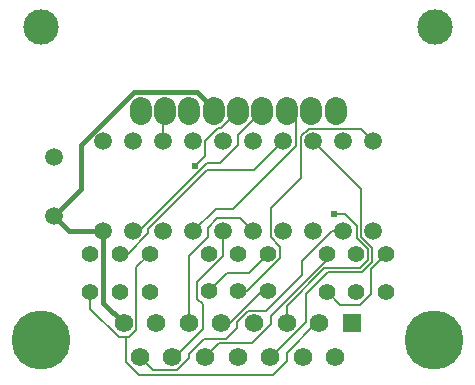
<source format=gtl>
G04 Layer: TopLayer*
G04 EasyEDA v6.1.30, Wed, 24 Apr 2019 12:06:30 GMT*
G04 1882c7138d5742058a90b0890f8f2482,60359e8c93da465f92779765accd6680,10*
G04 Gerber Generator version 0.2*
G04 Scale: 100 percent, Rotated: No, Reflected: No *
G04 Dimensions in millimeters *
G04 leading zeros omitted , absolute positions ,3 integer and 3 decimal *
%FSLAX33Y33*%
%MOMM*%
G90*
G71D02*

%ADD11C,0.203200*%
%ADD12C,0.381000*%
%ADD13C,0.609600*%
%ADD14C,1.499997*%
%ADD15C,1.399997*%
%ADD16C,1.574800*%
%ADD17R,1.574800X1.574800*%
%ADD18C,4.999990*%
%ADD19C,2.999994*%
%ADD20C,1.899996*%

%LPD*%
G54D11*
G01X27696Y20157D02*
G01X28620Y20157D01*
G01X29664Y19113D01*
G01X29664Y18094D01*
G01X30591Y17167D01*
G01X30591Y16248D01*
G01X29923Y15580D01*
G01X26898Y15580D01*
G01X23700Y12382D01*
G01X23700Y10899D01*
G01X11280Y8059D02*
G01X12357Y6982D01*
G01X14465Y6982D01*
G01X15420Y7937D01*
G01X15420Y8280D01*
G01X16746Y9603D01*
G01X18608Y9603D01*
G01X19517Y10513D01*
G01X19517Y11015D01*
G01X20459Y11958D01*
G01X21953Y11958D01*
G01X25003Y15011D01*
G01X25003Y16192D01*
G01X27510Y18699D01*
G01X28491Y18699D01*
G01X19601Y28897D02*
G01X18143Y27442D01*
G01X17894Y27442D01*
G01X16817Y26367D01*
G01X16817Y25105D01*
G01X15953Y24241D01*
G54D12*
G01X5430Y21437D02*
G01X4000Y20010D01*
G01X17536Y28897D02*
G01X17536Y29090D01*
G01X16151Y30477D01*
G01X10751Y30477D01*
G01X6309Y26035D01*
G01X6309Y22318D01*
G01X5430Y21437D01*
G01X9900Y10899D02*
G01X8171Y12628D01*
G01X8171Y18699D01*
G54D11*
G01X27099Y16799D02*
G01X27099Y16291D01*
G01X22369Y11559D01*
G01X22369Y10835D01*
G01X20779Y9245D01*
G01X17985Y9245D01*
G01X16799Y8059D01*
G01X32100Y16799D02*
G01X32100Y16741D01*
G01X30850Y15491D01*
G01X30850Y13390D01*
G01X29918Y12458D01*
G01X28239Y12458D01*
G01X27099Y13599D01*
G01X18181Y10899D02*
G01X18892Y10899D01*
G01X21592Y13599D01*
G01X22100Y13599D01*
G01X17099Y13599D02*
G01X18699Y15199D01*
G01X20500Y15199D01*
G01X22100Y16799D01*
G01X31031Y26319D02*
G01X29964Y27383D01*
G01X25585Y27383D01*
G01X24942Y26741D01*
G01X24942Y23225D01*
G01X22385Y20667D01*
G01X22385Y18191D01*
G01X23172Y17404D01*
G01X23172Y16449D01*
G01X20325Y13599D01*
G01X19601Y13599D01*
G01X23726Y28897D02*
G01X24470Y28153D01*
G01X24470Y25938D01*
G01X19151Y20617D01*
G01X17708Y20617D01*
G01X15791Y18699D01*
G01X21663Y28897D02*
G01X19601Y26835D01*
G01X19601Y26004D01*
G01X18097Y24503D01*
G01X17007Y24503D01*
G01X11203Y18699D01*
G01X10711Y18699D01*
G01X23411Y26319D02*
G01X20985Y23893D01*
G01X16972Y23893D01*
G01X11981Y18900D01*
G01X11981Y18526D01*
G01X10253Y16799D01*
G01X9601Y16799D01*
G01X10126Y9712D02*
G01X10332Y9712D01*
G01X10995Y10375D01*
G01X10995Y15694D01*
G01X12100Y16799D01*
G01X7099Y13599D02*
G01X7099Y12118D01*
G01X9504Y9712D01*
G01X10126Y9712D01*
G01X26459Y10899D02*
G01X26187Y10899D01*
G01X23700Y8412D01*
G01X23700Y7713D01*
G01X22547Y6560D01*
G01X11193Y6560D01*
G01X10126Y7627D01*
G01X10126Y9712D01*
G01X15420Y10899D02*
G01X15420Y16568D01*
G01X17061Y18209D01*
G01X17061Y18989D01*
G01X17853Y19781D01*
G01X19786Y19781D01*
G01X20871Y18699D01*
G01X25951Y26319D02*
G01X30022Y22245D01*
G01X30022Y18244D01*
G01X30952Y17315D01*
G01X30952Y16101D01*
G01X30073Y15222D01*
G01X27213Y15222D01*
G01X25374Y13385D01*
G01X25374Y11036D01*
G01X22397Y8059D01*
G01X22318Y8059D01*
G01X18331Y18699D02*
G01X18331Y16629D01*
G01X16141Y14442D01*
G01X16141Y12966D01*
G01X16588Y12517D01*
G01X16588Y10406D01*
G01X14241Y8059D01*
G01X14041Y8059D01*
G01X13411Y28897D02*
G01X13251Y28737D01*
G01X13251Y26319D01*
G54D12*
G01X8169Y18698D02*
G01X5310Y18698D01*
G01X3999Y20009D01*
G54D14*
G01X8169Y18698D03*
G01X10709Y18698D03*
G01X18329Y18698D03*
G01X20869Y18698D03*
G01X13249Y18698D03*
G01X15789Y18698D03*
G01X23409Y18698D03*
G01X25949Y18698D03*
G01X28489Y18698D03*
G01X31029Y18698D03*
G01X31029Y26318D03*
G01X28489Y26318D03*
G01X25949Y26318D03*
G01X23409Y26318D03*
G01X20869Y26318D03*
G01X18329Y26318D03*
G01X15789Y26318D03*
G01X13249Y26318D03*
G01X10709Y26318D03*
G01X8169Y26318D03*
G01X3999Y20009D03*
G01X3999Y25009D03*
G54D15*
G01X7100Y16798D03*
G01X9600Y16798D03*
G01X12100Y16798D03*
G01X7100Y13598D03*
G01X9600Y13598D03*
G01X12100Y13598D03*
G01X27100Y16798D03*
G01X29600Y16798D03*
G01X32099Y16798D03*
G01X27100Y13598D03*
G01X29600Y13598D03*
G01X32099Y13598D03*
G01X17099Y16799D03*
G01X19599Y16799D03*
G01X22099Y16799D03*
G01X17099Y13599D03*
G01X19599Y13599D03*
G01X22099Y13599D03*
G54D16*
G01X23699Y10898D03*
G54D17*
G01X29220Y10899D03*
G54D16*
G01X26459Y10898D03*
G01X20940Y10898D03*
G01X18180Y10898D03*
G01X25079Y8058D03*
G01X22319Y8058D03*
G01X19560Y8058D03*
G01X16800Y8058D03*
G01X15420Y10898D03*
G01X12660Y10898D03*
G01X9900Y10898D03*
G01X11280Y8058D03*
G01X14040Y8058D03*
G01X27840Y8058D03*
G54D18*
G01X2899Y9478D03*
G01X36219Y9478D03*
G54D19*
G01X2949Y35998D03*
G01X36250Y35998D03*
G54D13*
G01X27696Y20157D03*
G01X15953Y24241D03*
G54D20*
G01X19599Y29148D02*
G01X19599Y28648D01*
G01X21662Y29148D02*
G01X21662Y28648D01*
G01X23725Y29148D02*
G01X23725Y28648D01*
G01X25788Y29148D02*
G01X25788Y28648D01*
G01X27851Y29148D02*
G01X27851Y28648D01*
G01X17536Y29148D02*
G01X17536Y28648D01*
G01X15473Y29148D02*
G01X15473Y28648D01*
G01X13410Y29148D02*
G01X13410Y28648D01*
G01X11347Y29148D02*
G01X11347Y28648D01*
M00*
M02*

</source>
